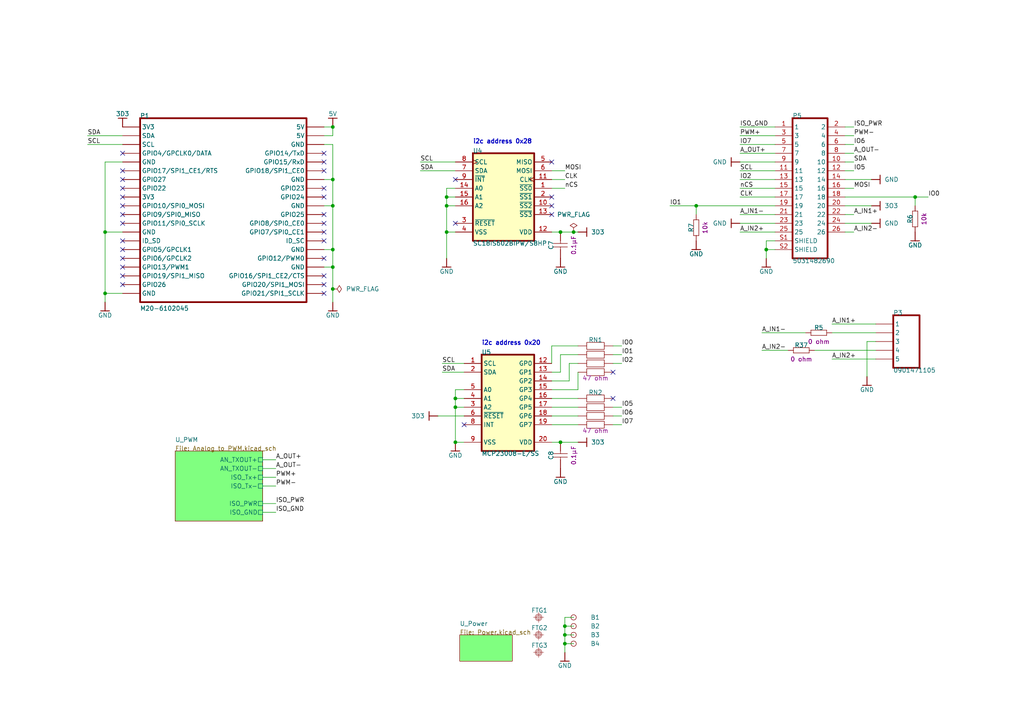
<source format=kicad_sch>
(kicad_sch (version 20250114) (generator "eeschema") (generator_version "9.0")
  (paper "A4")
  (title_block (title "${PRJ_Title}  TOP") (date "2025-09-08") (rev "${SCH_Rev}") (company "${ORGANIZATION}") (comment 1 "https://github.com/ipmgroup"))
  (lib_symbols
    (symbol "Library:3D3_BAR" (power)
      (property "Value" "3D3" (at 0 -3.81 0))
      (symbol "3D3_BAR_0_0"
        (pin power_in line (at 0 0 0) (length 0) (hide yes) (name "3D3") (number ""))
      )
    )
    (symbol "Library:3O3_BAR" (power)
      (property "Value" "3O3" (at 0 -3.81 0))
      (symbol "3O3_BAR_0_0"
        (pin power_in line (at 0 0 0) (length 0) (hide yes) (name "3O3") (number ""))
      )
    )
    (symbol "Library:5V_BAR" (power)
      (property "Value" "5V" (at 0 -3.81 0))
      (symbol "5V_BAR_0_0"
        (pin power_in line (at 0 0 0) (length 0) (hide yes) (name "5V") (number ""))
      )
    )
    (symbol "Library:GND_BAR" (power)
      (property "Value" "GND" (at 0 -3.81 0))
      (symbol "GND_BAR_0_0"
        (pin power_in line (at 0 0 0) (length 0) (hide yes) (name "GND") (number ""))
      )
    )
    (symbol "Library:root_0_Connector 26 5031482690"
      (symbol "root_0_Connector 26 5031482690_1_0"
        (pin passive line (at 0 -2.54 0) (length 5.08) (name "1") (number "1"))
        (pin passive line (at 0 -5.08 0) (length 5.08) (name "3") (number "3"))
        (pin passive line (at 0 -7.62 0) (length 5.08) (name "5") (number "5"))
        (pin passive line (at 0 -10.16 0) (length 5.08) (name "7") (number "7"))
        (pin passive line (at 0 -12.7 0) (length 5.08) (name "9") (number "9"))
        (pin passive line (at 0 -15.24 0) (length 5.08) (name "11") (number "11"))
        (pin passive line (at 0 -17.78 0) (length 5.08) (name "13") (number "13"))
        (pin passive line (at 0 -20.32 0) (length 5.08) (name "15") (number "15"))
        (pin passive line (at 0 -22.86 0) (length 5.08) (name "17") (number "17"))
        (pin passive line (at 0 -25.4 0) (length 5.08) (name "19") (number "19"))
        (pin passive line (at 0 -27.94 0) (length 5.08) (name "21") (number "21"))
        (pin passive line (at 0 -30.48 0) (length 5.08) (name "23") (number "23"))
        (pin passive line (at 0 -33.02 0) (length 5.08) (name "25") (number "25"))
        (pin passive line (at 0 -35.56 0) (length 5.08) (name "SHIELD") (number "S1"))
        (pin passive line (at 0 -38.1 0) (length 5.08) (name "SHIELD") (number "S2"))
        (pin passive line (at 20.32 -2.54 180) (length 5.08) (name "2") (number "2"))
        (pin passive line (at 20.32 -5.08 180) (length 5.08) (name "4") (number "4"))
        (pin passive line (at 20.32 -7.62 180) (length 5.08) (name "6") (number "6"))
        (pin passive line (at 20.32 -10.16 180) (length 5.08) (name "8") (number "8"))
        (pin passive line (at 20.32 -12.7 180) (length 5.08) (name "10") (number "10"))
        (pin passive line (at 20.32 -15.24 180) (length 5.08) (name "12") (number "12"))
        (pin passive line (at 20.32 -17.78 180) (length 5.08) (name "14") (number "14"))
        (pin passive line (at 20.32 -20.32 180) (length 5.08) (name "16") (number "16"))
        (pin passive line (at 20.32 -22.86 180) (length 5.08) (name "18") (number "18"))
        (pin passive line (at 20.32 -25.4 180) (length 5.08) (name "20") (number "20"))
        (pin passive line (at 20.32 -27.94 180) (length 5.08) (name "22") (number "22"))
        (pin passive line (at 20.32 -30.48 180) (length 5.08) (name "24") (number "24"))
        (pin passive line (at 20.32 -33.02 180) (length 5.08) (name "26") (number "26"))
      )
    )
    (symbol "Library:root_0_Fiducial Target_Eletro-mechanical.DbLib" (pin_numbers (hide yes)) (pin_names (hide yes)))
    (symbol "Library:root_0_Header 5 0901471105" (pin_numbers (hide yes))
      (symbol "root_0_Header 5 0901471105_1_0"
        (pin passive line (at 0 -2.54 0) (length 5.08) (name "1") (number "1"))
        (pin passive line (at 0 -5.08 0) (length 5.08) (name "2") (number "2"))
        (pin passive line (at 0 -7.62 0) (length 5.08) (name "3") (number "3"))
        (pin passive line (at 0 -10.16 0) (length 5.08) (name "4") (number "4"))
        (pin passive line (at 0 -12.7 0) (length 5.08) (name "5") (number "5"))
      )
    )
    (symbol "Library:root_0_Header RPi_PC104" (pin_numbers (hide yes))
      (symbol "root_0_Header RPi_PC104_1_0"
        (pin passive line (at 0 -2.54 0) (length 5.08) (name "3V3") (number "1"))
        (pin passive line (at 0 -5.08 0) (length 5.08) (name "SDA") (number "3"))
        (pin passive line (at 0 -7.62 0) (length 5.08) (name "SCL") (number "5"))
        (pin passive line (at 0 -10.16 0) (length 5.08) (name "GPIO4/GPCLK0/DATA") (number "7"))
        (pin passive line (at 0 -12.7 0) (length 5.08) (name "GND") (number "9"))
        (pin passive line (at 0 -15.24 0) (length 5.08) (name "GPIO17/SPI1_CE1/RTS") (number "11"))
        (pin passive line (at 0 -17.78 0) (length 5.08) (name "GPIO27") (number "13"))
        (pin passive line (at 0 -20.32 0) (length 5.08) (name "GPIO22") (number "15"))
        (pin passive line (at 0 -22.86 0) (length 5.08) (name "3V3") (number "17"))
        (pin passive line (at 0 -25.4 0) (length 5.08) (name "GPIO10/SPI0_MOSI") (number "19"))
        (pin passive line (at 0 -27.94 0) (length 5.08) (name "GPIO9/SPI0_MISO") (number "21"))
        (pin passive line (at 0 -30.48 0) (length 5.08) (name "GPIO11/SPI0_SCLK") (number "23"))
        (pin passive line (at 0 -33.02 0) (length 5.08) (name "GND") (number "25"))
        (pin passive line (at 0 -35.56 0) (length 5.08) (name "ID_SD") (number "27"))
        (pin passive line (at 0 -38.1 0) (length 5.08) (name "GPIO5/GPCLK1") (number "29"))
        (pin passive line (at 0 -40.64 0) (length 5.08) (name "GPIO6/GPCLK2") (number "31"))
        (pin passive line (at 0 -43.18 0) (length 5.08) (name "GPIO13/PWM1") (number "33"))
        (pin passive line (at 0 -45.72 0) (length 5.08) (name "GPIO19/SPI1_MISO") (number "35"))
        (pin passive line (at 0 -48.26 0) (length 5.08) (name "GPIO26") (number "37"))
        (pin passive line (at 0 -50.8 0) (length 5.08) (name "GND") (number "39"))
        (pin passive line (at 58.42 -2.54 180) (length 5.08) (name "5V") (number "2"))
        (pin passive line (at 58.42 -5.08 180) (length 5.08) (name "5V") (number "4"))
        (pin passive line (at 58.42 -7.62 180) (length 5.08) (name "GND") (number "6"))
        (pin passive line (at 58.42 -10.16 180) (length 5.08) (name "GPIO14/TxD") (number "8"))
        (pin passive line (at 58.42 -12.7 180) (length 5.08) (name "GPIO15/RxD") (number "10"))
        (pin passive line (at 58.42 -15.24 180) (length 5.08) (name "GPIO18/SPI1_CE0") (number "12"))
        (pin passive line (at 58.42 -17.78 180) (length 5.08) (name "GND") (number "14"))
        (pin passive line (at 58.42 -20.32 180) (length 5.08) (name "GPIO23") (number "16"))
        (pin passive line (at 58.42 -22.86 180) (length 5.08) (name "GPIO24") (number "18"))
        (pin passive line (at 58.42 -25.4 180) (length 5.08) (name "GND") (number "20"))
        (pin passive line (at 58.42 -27.94 180) (length 5.08) (name "GPIO25") (number "22"))
        (pin passive line (at 58.42 -30.48 180) (length 5.08) (name "GPIO8/SPI0_CE0") (number "24"))
        (pin passive line (at 58.42 -33.02 180) (length 5.08) (name "GPIO7/SPI0_CE1") (number "26"))
        (pin passive line (at 58.42 -35.56 180) (length 5.08) (name "ID_SC") (number "28"))
        (pin passive line (at 58.42 -38.1 180) (length 5.08) (name "GND") (number "30"))
        (pin passive line (at 58.42 -40.64 180) (length 5.08) (name "GPIO12/PWM0") (number "32"))
        (pin passive line (at 58.42 -43.18 180) (length 5.08) (name "GND") (number "34"))
        (pin passive line (at 58.42 -45.72 180) (length 5.08) (name "GPIO16/SPI1_CE2/CTS") (number "36"))
        (pin passive line (at 58.42 -48.26 180) (length 5.08) (name "GPIO20/SPI1_MOSI") (number "38"))
        (pin passive line (at 58.42 -50.8 180) (length 5.08) (name "GPIO21/SPI1_SCLK") (number "40"))
      )
    )
    (symbol "Library:root_0_MCP23008-E/SS"
      (symbol "root_0_MCP23008-E/SS_1_0"
        (pin input line (at 0 -2.54 0) (length 5.08) (name "SCL") (number "1"))
        (pin input line (at 0 -5.08 0) (length 5.08) (name "SDA") (number "2"))
        (pin input line (at 0 -10.16 0) (length 5.08) (name "A0") (number "5"))
        (pin input line (at 0 -12.7 0) (length 5.08) (name "A1") (number "4"))
        (pin input line (at 0 -15.24 0) (length 5.08) (name "A2") (number "3"))
        (pin input line (at 0 -17.78 0) (length 5.08) (name "~{RESET}") (number "6"))
        (pin output line (at 0 -20.32 0) (length 5.08) (name "INT") (number "8"))
        (pin power_in line (at 0 -25.4 0) (length 5.08) (name "VSS") (number "9"))
        (pin bidirectional line (at 25.4 -2.54 180) (length 5.08) (name "GP0") (number "12"))
        (pin bidirectional line (at 25.4 -5.08 180) (length 5.08) (name "GP1") (number "13"))
        (pin bidirectional line (at 25.4 -7.62 180) (length 5.08) (name "GP2") (number "14"))
        (pin bidirectional line (at 25.4 -10.16 180) (length 5.08) (name "GP3") (number "15"))
        (pin bidirectional line (at 25.4 -12.7 180) (length 5.08) (name "GP4") (number "16"))
        (pin bidirectional line (at 25.4 -15.24 180) (length 5.08) (name "GP5") (number "17"))
        (pin bidirectional line (at 25.4 -17.78 180) (length 5.08) (name "GP6") (number "18"))
        (pin bidirectional line (at 25.4 -20.32 180) (length 5.08) (name "GP7") (number "19"))
        (pin power_in line (at 25.4 -25.4 180) (length 5.08) (name "VDD") (number "20"))
      )
    )
    (symbol "Library:root_0_Resistor" (pin_numbers (hide yes)) (pin_names (hide yes))
      (symbol "root_0_Resistor_1_0"
        (pin passive line (at 0 0 0) (length 1.524) (name "1") (number "1"))
        (pin passive line (at 7.62 0 180) (length 1.524) (name "2") (number "2"))
      )
    )
    (symbol "Library:root_0_SC18IS602BIPW/S8HP"
      (symbol "root_0_SC18IS602BIPW/S8HP_1_0"
        (pin input clock (at 0 -2.54 0) (length 5.08) (name "SCL") (number "8"))
        (pin bidirectional line (at 0 -5.08 0) (length 5.08) (name "SDA") (number "7"))
        (pin output line (at 0 -7.62 0) (length 5.08) (name "~{INT}") (number "9"))
        (pin input line (at 0 -10.16 0) (length 5.08) (name "A0") (number "14"))
        (pin input line (at 0 -12.7 0) (length 5.08) (name "A1") (number "15"))
        (pin input line (at 0 -15.24 0) (length 5.08) (name "A2") (number "16"))
        (pin input line (at 0 -20.32 0) (length 5.08) (name "~{RESET}") (number "3"))
        (pin power_in line (at 0 -22.86 0) (length 5.08) (name "VSS") (number "4"))
        (pin input line (at 27.94 -2.54 180) (length 5.08) (name "MISO") (number "5"))
        (pin output line (at 27.94 -5.08 180) (length 5.08) (name "MOSI") (number "6"))
        (pin output clock (at 27.94 -7.62 180) (length 5.08) (name "CLK") (number "11"))
        (pin bidirectional line (at 27.94 -10.16 180) (length 5.08) (name "~{SS0}") (number "1"))
        (pin bidirectional line (at 27.94 -12.7 180) (length 5.08) (name "~{SS1}") (number "2"))
        (pin bidirectional line (at 27.94 -15.24 180) (length 5.08) (name "~{SS2}") (number "10"))
        (pin bidirectional line (at 27.94 -17.78 180) (length 5.08) (name "~{SS3}") (number "13"))
        (pin power_in line (at 27.94 -22.86 180) (length 5.08) (name "VDD") (number "12"))
      )
    )
    (symbol "Library:root_0_Single Terminal Socket_Eletro-mechanical.DbLib" (pin_numbers (hide yes)) (pin_names (hide yes))
      (symbol "root_0_Single Terminal Socket_Eletro-mechanical.DbLib_1_0"
        (pin bidirectional line (at 0 0 180) (length 0) (name "1") (number "1"))
      )
    )
    (symbol "Library:root_0_mirrored_RN4_47R 1206" (pin_numbers (hide yes)) (pin_names (hide yes))
      (symbol "root_0_mirrored_RN4_47R 1206_1_0"
        (pin passive line (at -10.16 -2.54 0) (length 2.54) (name "8") (number "8"))
        (pin passive line (at -10.16 -5.08 0) (length 2.54) (name "7") (number "7"))
        (pin passive line (at -10.16 -7.62 0) (length 2.54) (name "6") (number "6"))
        (pin passive line (at -10.16 -10.16 0) (length 2.54) (name "5") (number "5"))
        (pin passive line (at 0 -2.54 180) (length 2.54) (name "1") (number "1"))
        (pin passive line (at 0 -5.08 180) (length 2.54) (name "2") (number "2"))
        (pin passive line (at 0 -7.62 180) (length 2.54) (name "3") (number "3"))
        (pin passive line (at 0 -10.16 180) (length 2.54) (name "4") (number "4"))
      )
    )
    (symbol "Library:root_1_Capacitor" (pin_numbers (hide yes)) (pin_names (hide yes))
      (symbol "root_1_Capacitor_1_0"
        (pin passive line (at 0 7.62 270) (length 2.54) (name "2") (number "2"))
        (pin passive line (at 0 0 90) (length 2.54) (name "1") (number "1"))
      )
    )
    (symbol "Library:root_1_Resistor" (pin_numbers (hide yes)) (pin_names (hide yes))
      (symbol "root_1_Resistor_1_0"
        (pin passive line (at 0 7.62 270) (length 1.524) (name "2") (number "2"))
        (pin passive line (at 0 0 90) (length 1.524) (name "1") (number "1"))
      )
    )
    (symbol "power:PWR_FLAG" (power) (pin_numbers (hide yes)) (pin_names (offset 0) (hide yes))
      (property "Value" "PWR_FLAG" (at 0 3.81 0))
      (symbol "PWR_FLAG_0_0"
        (pin power_out line (at 0 0 90) (length 0) (name "~") (number "1"))
      )
    )
  )
  (text "i2c address 0x20" (at 139.7 100.33 0) (effects (font (size 1.27 1.27) (thickness 0.254) (bold yes)) (justify left bottom)))
  (text "i2c address 0x28" (at 137.16 41.91 0) (effects (font (size 1.27 1.27) (thickness 0.254) (bold yes)) (justify left bottom)))
  (junction (at 129.54 59.69))
  (junction (at 132.08 118.11))
  (junction (at 132.08 115.57))
  (junction (at 162.56 128.27))
  (junction (at 96.52 83.82))
  (junction (at 96.52 59.69))
  (junction (at 163.83 181.61))
  (junction (at 96.52 77.47))
  (junction (at 96.52 52.07))
  (junction (at 201.93 59.69))
  (junction (at 222.25 72.39))
  (junction (at 163.83 186.69))
  (junction (at 129.54 57.15))
  (junction (at 30.48 67.31))
  (junction (at 96.52 36.83))
  (junction (at 163.83 184.15))
  (junction (at 30.48 85.09))
  (junction (at 166.37 67.31))
  (junction (at 132.08 128.27))
  (junction (at 162.56 67.31))
  (junction (at 96.52 72.39))
  (junction (at 129.54 67.31))
  (junction (at 265.43 57.15))
  (no_connect (at 35.56 77.47))
  (no_connect (at 132.08 64.77))
  (no_connect (at 177.8 115.57))
  (no_connect (at 93.98 69.85))
  (no_connect (at 132.08 52.07))
  (no_connect (at 35.56 82.55))
  (no_connect (at 93.98 54.61))
  (no_connect (at 134.62 123.19))
  (no_connect (at 93.98 82.55))
  (no_connect (at 35.56 64.77))
  (no_connect (at 93.98 74.93))
  (no_connect (at 93.98 80.01))
  (no_connect (at 35.56 69.85))
  (no_connect (at 35.56 49.53))
  (no_connect (at 35.56 80.01))
  (no_connect (at 93.98 85.09))
  (no_connect (at 35.56 62.23))
  (no_connect (at 160.02 59.69))
  (no_connect (at 93.98 46.99))
  (no_connect (at 177.8 107.95))
  (no_connect (at 35.56 74.93))
  (no_connect (at 35.56 54.61))
  (no_connect (at 93.98 67.31))
  (no_connect (at 93.98 62.23))
  (no_connect (at 160.02 62.23))
  (no_connect (at 35.56 52.07))
  (no_connect (at 93.98 44.45))
  (no_connect (at 93.98 57.15))
  (no_connect (at 160.02 57.15))
  (no_connect (at 93.98 49.53))
  (no_connect (at 35.56 44.45))
  (no_connect (at 35.56 72.39))
  (no_connect (at 35.56 59.69))
  (no_connect (at 93.98 64.77))
  (no_connect (at 35.56 57.15))
  (no_connect (at 160.02 46.99))
  (wire (pts (xy 76.2 146.05) (xy 80.01 146.05)))
  (wire (pts (xy 96.52 52.07) (xy 96.52 59.69)))
  (wire (pts (xy 245.11 62.23) (xy 247.65 62.23)))
  (wire (pts (xy 245.11 52.07) (xy 252.73 52.07)))
  (wire (pts (xy 177.8 123.19) (xy 180.34 123.19)))
  (wire (pts (xy 35.56 85.09) (xy 30.48 85.09)))
  (wire (pts (xy 224.79 39.37) (xy 214.63 39.37)))
  (wire (pts (xy 224.79 59.69) (xy 201.93 59.69)))
  (wire (pts (xy 132.08 128.27) (xy 134.62 128.27)))
  (wire (pts (xy 93.98 77.47) (xy 96.52 77.47)))
  (wire (pts (xy 76.2 133.35) (xy 80.01 133.35)))
  (wire (pts (xy 245.11 46.99) (xy 247.65 46.99)))
  (wire (pts (xy 76.2 148.59) (xy 80.01 148.59)))
  (wire (pts (xy 96.52 36.83) (xy 96.52 39.37)))
  (wire (pts (xy 214.63 46.99) (xy 224.79 46.99)))
  (wire (pts (xy 128.27 107.95) (xy 134.62 107.95)))
  (wire (pts (xy 160.02 54.61) (xy 163.83 54.61)))
  (wire (pts (xy 224.79 36.83) (xy 214.63 36.83)))
  (wire (pts (xy 76.2 138.43) (xy 80.01 138.43)))
  (wire (pts (xy 160.02 110.49) (xy 165.1 110.49)))
  (wire (pts (xy 224.79 52.07) (xy 214.63 52.07)))
  (wire (pts (xy 163.83 184.15) (xy 163.83 181.61)))
  (wire (pts (xy 129.54 74.93) (xy 129.54 67.31)))
  (wire (pts (xy 96.52 83.82) (xy 96.52 87.63)))
  (wire (pts (xy 129.54 59.69) (xy 129.54 67.31)))
  (wire (pts (xy 76.2 140.97) (xy 80.01 140.97)))
  (wire (pts (xy 129.54 67.31) (xy 132.08 67.31)))
  (wire (pts (xy 254 93.98) (xy 241.3 93.98)))
  (wire (pts (xy 93.98 72.39) (xy 96.52 72.39)))
  (wire (pts (xy 245.11 36.83) (xy 247.65 36.83)))
  (wire (pts (xy 93.98 36.83) (xy 96.52 36.83)))
  (wire (pts (xy 160.02 100.33) (xy 160.02 105.41)))
  (wire (pts (xy 254 96.52) (xy 241.3 96.52)))
  (wire (pts (xy 30.48 67.31) (xy 30.48 85.09)))
  (wire (pts (xy 166.37 67.31) (xy 162.56 67.31)))
  (wire (pts (xy 96.52 59.69) (xy 96.52 72.39)))
  (wire (pts (xy 222.25 72.39) (xy 222.25 74.93)))
  (wire (pts (xy 177.8 100.33) (xy 180.34 100.33)))
  (wire (pts (xy 177.8 118.11) (xy 180.34 118.11)))
  (wire (pts (xy 25.4 41.91) (xy 35.56 41.91)))
  (wire (pts (xy 30.48 85.09) (xy 30.48 87.63)))
  (wire (pts (xy 129.54 57.15) (xy 129.54 59.69)))
  (wire (pts (xy 121.92 49.53) (xy 132.08 49.53)))
  (wire (pts (xy 245.11 49.53) (xy 247.65 49.53)))
  (wire (pts (xy 30.48 46.99) (xy 30.48 67.31)))
  (wire (pts (xy 93.98 59.69) (xy 96.52 59.69)))
  (wire (pts (xy 163.83 179.07) (xy 166.37 179.07)))
  (wire (pts (xy 160.02 49.53) (xy 163.83 49.53)))
  (wire (pts (xy 224.79 69.85) (xy 222.25 69.85)))
  (wire (pts (xy 245.11 57.15) (xy 265.43 57.15)))
  (wire (pts (xy 254 104.14) (xy 241.3 104.14)))
  (wire (pts (xy 163.83 181.61) (xy 163.83 179.07)))
  (wire (pts (xy 160.02 123.19) (xy 167.64 123.19)))
  (wire (pts (xy 96.52 72.39) (xy 96.52 77.47)))
  (wire (pts (xy 121.92 46.99) (xy 132.08 46.99)))
  (wire (pts (xy 132.08 118.11) (xy 132.08 128.27)))
  (wire (pts (xy 224.79 57.15) (xy 214.63 57.15)))
  (wire (pts (xy 162.56 67.31) (xy 160.02 67.31)))
  (wire (pts (xy 222.25 69.85) (xy 222.25 72.39)))
  (wire (pts (xy 163.83 189.23) (xy 163.83 186.69)))
  (wire (pts (xy 35.56 67.31) (xy 30.48 67.31)))
  (wire (pts (xy 245.11 44.45) (xy 247.65 44.45)))
  (wire (pts (xy 162.56 107.95) (xy 162.56 102.87)))
  (wire (pts (xy 224.79 41.91) (xy 214.63 41.91)))
  (wire (pts (xy 177.8 120.65) (xy 180.34 120.65)))
  (wire (pts (xy 228.6 101.6) (xy 220.98 101.6)))
  (wire (pts (xy 224.79 49.53) (xy 214.63 49.53)))
  (wire (pts (xy 132.08 115.57) (xy 132.08 118.11)))
  (wire (pts (xy 160.02 120.65) (xy 167.64 120.65)))
  (wire (pts (xy 201.93 59.69) (xy 194.31 59.69)))
  (wire (pts (xy 163.83 186.69) (xy 163.83 184.15)))
  (wire (pts (xy 224.79 44.45) (xy 214.63 44.45)))
  (wire (pts (xy 76.2 135.89) (xy 80.01 135.89)))
  (wire (pts (xy 132.08 54.61) (xy 129.54 54.61)))
  (wire (pts (xy 265.43 57.15) (xy 269.24 57.15)))
  (wire (pts (xy 134.62 120.65) (xy 127 120.65)))
  (wire (pts (xy 93.98 52.07) (xy 96.52 52.07)))
  (wire (pts (xy 160.02 115.57) (xy 167.64 115.57)))
  (wire (pts (xy 166.37 184.15) (xy 163.83 184.15)))
  (wire (pts (xy 134.62 113.03) (xy 132.08 113.03)))
  (wire (pts (xy 224.79 54.61) (xy 214.63 54.61)))
  (wire (pts (xy 245.11 41.91) (xy 247.65 41.91)))
  (wire (pts (xy 129.54 54.61) (xy 129.54 57.15)))
  (wire (pts (xy 162.56 102.87) (xy 167.64 102.87)))
  (wire (pts (xy 132.08 113.03) (xy 132.08 115.57)))
  (wire (pts (xy 177.8 105.41) (xy 180.34 105.41)))
  (wire (pts (xy 233.68 96.52) (xy 220.98 96.52)))
  (wire (pts (xy 265.43 57.15) (xy 265.43 59.69)))
  (wire (pts (xy 254 101.6) (xy 236.22 101.6)))
  (wire (pts (xy 166.37 186.69) (xy 163.83 186.69)))
  (wire (pts (xy 162.56 128.27) (xy 160.02 128.27)))
  (wire (pts (xy 177.8 102.87) (xy 180.34 102.87)))
  (wire (pts (xy 167.64 100.33) (xy 160.02 100.33)))
  (wire (pts (xy 245.11 39.37) (xy 247.65 39.37)))
  (wire (pts (xy 160.02 107.95) (xy 162.56 107.95)))
  (wire (pts (xy 96.52 41.91) (xy 96.52 52.07)))
  (wire (pts (xy 245.11 54.61) (xy 247.65 54.61)))
  (wire (pts (xy 254 99.06) (xy 251.46 99.06)))
  (wire (pts (xy 201.93 59.69) (xy 201.93 62.23)))
  (wire (pts (xy 245.11 67.31) (xy 247.65 67.31)))
  (wire (pts (xy 224.79 72.39) (xy 222.25 72.39)))
  (wire (pts (xy 224.79 67.31) (xy 214.63 67.31)))
  (wire (pts (xy 35.56 46.99) (xy 30.48 46.99)))
  (wire (pts (xy 160.02 113.03) (xy 167.64 113.03)))
  (wire (pts (xy 25.4 39.37) (xy 35.56 39.37)))
  (wire (pts (xy 134.62 118.11) (xy 132.08 118.11)))
  (wire (pts (xy 167.64 128.27) (xy 162.56 128.27)))
  (wire (pts (xy 96.52 77.47) (xy 96.52 83.82)))
  (wire (pts (xy 167.64 67.31) (xy 166.37 67.31)))
  (wire (pts (xy 132.08 57.15) (xy 129.54 57.15)))
  (wire (pts (xy 160.02 118.11) (xy 167.64 118.11)))
  (wire (pts (xy 167.64 113.03) (xy 167.64 107.95)))
  (wire (pts (xy 93.98 41.91) (xy 96.52 41.91)))
  (wire (pts (xy 96.52 39.37) (xy 93.98 39.37)))
  (wire (pts (xy 251.46 99.06) (xy 251.46 109.22)))
  (wire (pts (xy 128.27 105.41) (xy 134.62 105.41)))
  (wire (pts (xy 252.73 59.69) (xy 245.11 59.69)))
  (wire (pts (xy 245.11 64.77) (xy 252.73 64.77)))
  (wire (pts (xy 132.08 59.69) (xy 129.54 59.69)))
  (wire (pts (xy 165.1 110.49) (xy 165.1 105.41)))
  (wire (pts (xy 224.79 62.23) (xy 214.63 62.23)))
  (wire (pts (xy 165.1 105.41) (xy 167.64 105.41)))
  (wire (pts (xy 134.62 115.57) (xy 132.08 115.57)))
  (wire (pts (xy 160.02 52.07) (xy 163.83 52.07)))
  (wire (pts (xy 214.63 64.77) (xy 224.79 64.77)))
  (wire (pts (xy 166.37 181.61) (xy 163.83 181.61)))
  (label "IO1" (at 194.31 59.69 0))
  (label "IO6" (at 180.34 120.65 0))
  (label "ISO_GND" (at 80.01 148.59 0))
  (label "IO7" (at 214.63 41.91 0))
  (label "IO5" (at 247.65 49.53 0))
  (label "A_OUT-" (at 80.01 135.89 0))
  (label "SDA" (at 247.65 46.99 0))
  (label "A_OUT+" (at 80.01 133.35 0))
  (label "IO5" (at 180.34 118.11 0))
  (label "PWM-" (at 80.01 140.97 0))
  (label "SCL" (at 214.63 49.53 0))
  (label "CLK" (at 163.83 52.07 0))
  (label "nCS" (at 163.83 54.61 0))
  (label "IO2" (at 180.34 105.41 0))
  (label "SCL" (at 128.27 105.41 0))
  (label "SDA" (at 25.4 39.37 0))
  (label "ISO_GND" (at 214.63 36.83 0))
  (label "nCS" (at 214.63 54.61 0))
  (label "A_IN1-" (at 220.98 96.52 0))
  (label "A_IN1+" (at 247.65 62.23 0))
  (label "MOSI" (at 247.65 54.61 0))
  (label "A_IN2+" (at 241.3 104.14 0))
  (label "PWM+" (at 80.01 138.43 0))
  (label "A_IN2+" (at 214.63 67.31 0))
  (label "SCL" (at 121.92 46.99 0))
  (label "A_OUT+" (at 214.63 44.45 0))
  (label "A_IN1-" (at 214.63 62.23 0))
  (label "A_OUT-" (at 247.65 44.45 0))
  (label "PWM+" (at 214.63 39.37 0))
  (label "IO6" (at 247.65 41.91 0))
  (label "ISO_PWR" (at 247.65 36.83 0))
  (label "SDA" (at 128.27 107.95 0))
  (label "MOSI" (at 163.83 49.53 0))
  (label "A_IN2-" (at 220.98 101.6 0))
  (label "CLK" (at 214.63 57.15 0))
  (label "IO7" (at 180.34 123.19 0))
  (label "ISO_PWR" (at 80.01 146.05 0))
  (label "A_IN2-" (at 247.65 67.31 0))
  (label "A_IN1+" (at 241.3 93.98 0))
  (label "SCL" (at 25.4 41.91 0))
  (label "PWM-" (at 247.65 39.37 0))
  (label "IO0" (at 180.34 100.33 0))
  (label "IO1" (at 180.34 102.87 0))
  (label "IO2" (at 214.63 52.07 0))
  (label "IO0" (at 269.24 57.15 0))
  (label "SDA" (at 121.92 49.53 0))
  (symbol (lib_id "Library:3D3_BAR") (at 167.64 67.31 90) (unit 1)
    (property "Reference" "#PWR0115" (effects (hide yes)))
    (property "Value" "3D3" (at 171.45 67.31 90) (effects (justify right)))
  )
  (symbol (lib_id "Library:3D3_BAR") (at 127 120.65 270) (unit 1)
    (property "Reference" "#PWR0110" (effects (hide yes)))
    (property "Value" "3D3" (at 123.19 120.65 90) (effects (justify right)))
  )
  (symbol (lib_id "Library:root_1_Resistor") (at 265.43 67.31 0) (unit 1)
    (property "Reference" "R6" (at 264.668 63.5 90) (effects (justify bottom)))
    (property "Value" "${VALUEDISPLAYED}" (effects (hide yes)))
    (property "Footprint" "RESC1608X55N" (effects (hide yes)))
    (property "Description" "RES, 10 kohm,  75 V, 0603, 100 mW" (effects (hide yes)))
    (property "VALUEDISPLAYED" "10k" (at 268.732 63.5 90) (effects (justify bottom)))
    (property "PART NUMBER" "R0603_10k" (effects (hide yes)))
    (property "CASE" "0603" (effects (hide yes)))
    (property "DESIGNATOR" "R0603_10k" (effects (hide yes)))
    (property "MANUFACTURER" "VISHAY" (effects (hide yes)))
    (property "MANUFACTURER PART NUMBER" "CRCW060310K0FKEA" (effects (hide yes)))
    (property "MANUFACTURER1" "TE Connectivity" (effects (hide yes)))
    (property "MANUFACTURER1 PART NUMBER" "CRG0603F10K" (effects (hide yes)))
    (property "COMPONENT HEIGHT" "0.35mm" (effects (hide yes)))
    (property "PART DESCRIPTION" "RES, 10 kohm, 75 V, 0603, 100 mW" (effects (hide yes)))
    (property "PIN COUNT" "2" (effects (hide yes)))
    (property "POWER" "0.1W" (effects (hide yes)))
    (property "SMD" "Yes" (effects (hide yes)))
    (property "VALUE" "10000" (effects (hide yes)))
    (property "TC" "±100ppm/°C" (effects (hide yes)))
    (property "SUPPLIER 1" "Farnell" (effects (hide yes)))
    (property "SUPPLIER 2" "RSComponents" (effects (hide yes)))
    (property "SUPPLIER 3" "Digi-Key" (effects (hide yes)))
    (property "SUPPLIER PART NUMBER 1" "1469748" (effects (hide yes)))
    (property "SUPPLIER PART NUMBER 2" "125-1173" (effects (hide yes)))
    (property "SUPPLIER PART NUMBER 3" "A102203CT-ND" (effects (hide yes)))
    (property "TOLERANCE" "±1%" (effects (hide yes)))
  )
  (symbol (lib_id "Library:3D3_BAR") (at 35.56 36.83 180) (unit 1)
    (property "Reference" "#PWR0103" (effects (hide yes)))
    (property "Value" "3D3" (at 35.56 33.02 0))
  )
  (symbol (lib_id "Library:root_0_SC18IS602BIPW/S8HP") (at 132.08 44.45 0) (unit 1)
    (property "Reference" "U4" (at 137.16 44.45 0) (effects (justify left bottom)))
    (property "Value" "SC18IS602BIPW/S8HP" (at 137.16 69.85 0) (effects (justify left top)))
    (property "Footprint" "PW16-L" (effects (hide yes)))
    (property "Description" "Bus to SPI Bridge 16-Pin TSSOP" (effects (hide yes)))
    (property "SUPPLIER 1" "Avnet" (effects (hide yes)))
    (property "MANUFACTURER" "NXP Semiconductors" (effects (hide yes)))
    (property "MANUFACTURER PART NUMBER" "SC18IS602BIPW,128" (effects (hide yes)))
    (property "SUPPLIER PART NUMBER 1" "31AC6925" (effects (hide yes)))
  )
  (symbol (lib_id "Library:root_0_Fiducial Target_Eletro-mechanical.DbLib") (at 156.21 184.15 0) (unit 1)
    (property "Reference" "FTG2" (at 156.464 182.118 0))
    (property "Value" "Use only in PCB" (effects (hide yes)))
    (property "Footprint" "FIDUCIAL_TOP_C100-200" (effects (hide yes)))
    (property "Description" "Fiducial Target" (effects (hide yes)))
    (property "PART NUMBER" "FIDUCIAL_TARGET_C100-200" (effects (hide yes)))
    (property "COMPONENT KIND" "Standard (No BOM)" (effects (hide yes)))
    (property "COMPONENT TYPE" "Standard (No BOM)" (effects (hide yes)))
    (property "FOOTPRINT" "FIDUCIAL_TOP_C100-200" (effects (hide yes)))
    (property "PIN COUNT" "1" (effects (hide yes)))
    (property "FAMILY" "Fiducial" (effects (hide yes)))
    (property "MOUNTED" "No" (effects (hide yes)))
    (property "SMD" "Yes" (effects (hide yes)))
    (property "PART DESCRIPTION" "Round Fiducial Target, Top Layer, 1.0mm, Top Solder 2.0mm, Keepout =2.0mm" (effects (hide yes)))
    (property "COMPONENTHEIGHT" "0mm" (effects (hide yes)))
    (property "AUTHOR" "CERN DEM JLC" (effects (hide yes)))
    (property "PACKAGEDESCRIPTION" "Round Fiducial Target, Top Layer, 1.0mm, Top Solder 2.0mm, Keepout =2.0mm" (effects (hide yes)))
    (property "SUPPLIER 1" "Farnell" (effects (hide yes)))
    (property "SUPPLIER 2" "RSComponents" (effects (hide yes)))
    (property "SUPPLIER 3" "Digi-Key" (effects (hide yes)))
  )
  (symbol (lib_id "Library:GND_BAR") (at 30.48 87.63 0) (unit 1)
    (property "Reference" "#PWR0104" (effects (hide yes)))
    (property "Value" "GND" (at 30.48 91.44 0))
  )
  (symbol (lib_id "Library:GND_BAR") (at 201.93 69.85 0) (unit 1)
    (property "Reference" "#PWR0119" (effects (hide yes)))
    (property "Value" "GND" (at 201.93 73.66 0))
  )
  (symbol (lib_id "Library:root_0_Header 5 0901471105") (at 254 91.44 0) (unit 1)
    (property "Reference" "P3" (at 259.08 91.44 0) (effects (justify left bottom)))
    (property "Value" "${MANUFACTURER PART NUMBER}" (at 259.08 106.68 0) (effects (justify left top)))
    (property "Footprint" "HDR1X5 75915-405LF" (effects (hide yes)))
    (property "Description" "CONN RCPT 5POS 0.1 TIN PCB" (effects (hide yes)))
    (property "MANUFACTURER1 COMPONENTHEIGHT" "8.5mm" (effects (hide yes)))
    (property "MANUFACTURER1 EXAMPLE" "Amphenol ICC (FCI)" (effects (hide yes)))
    (property "MANUFACTURER1 PART NUMBER" "75915-405LF" (effects (hide yes)))
    (property "MANUFACTURER" "Molex" (effects (hide yes)))
    (property "MANUFACTURER PART NUMBER" "0901471105" (effects (hide yes)))
    (property "PART DESCRIPTION" "CONN RCPT 5POS 0.1 TIN PCB" (effects (hide yes)))
    (property "PIN COUNT" "5" (effects (hide yes)))
    (property "SMD" "No" (effects (hide yes)))
    (property "PITCH" "2.54mm" (effects (hide yes)))
    (property "PART NUMBER" "75915-405LF" (effects (hide yes)))
    (property "SUPPLIER 1" "Farnell" (effects (hide yes)))
    (property "SUPPLIER 2" "RSComponents" (effects (hide yes)))
    (property "SUPPLIER 3" "Digi-Key" (effects (hide yes)))
    (property "SUPPLIER PART NUMBER 3" "609-75915-405LF-ND" (effects (hide yes)))
  )
  (symbol (lib_id "Library:GND_BAR") (at 214.63 64.77 270) (unit 1)
    (property "Reference" "#PWR0117" (effects (hide yes)))
    (property "Value" "GND" (at 210.82 64.77 90) (effects (justify right)))
  )
  (symbol (lib_id "Library:3D3_BAR") (at 167.64 128.27 90) (unit 1)
    (property "Reference" "#PWR0108" (effects (hide yes)))
    (property "Value" "3D3" (at 171.45 128.27 90) (effects (justify right)))
  )
  (symbol (lib_id "Library:root_1_Capacitor") (at 162.56 74.93 0) (unit 1)
    (property "Reference" "C7" (at 160.528 71.12 90) (effects (justify bottom)))
    (property "Value" "${VALUEDISPLAYED}" (effects (hide yes)))
    (property "Footprint" "CAPC1608X87N" (effects (hide yes)))
    (property "Description" "CAP, CERM, 0603, 0.1 µF, 50 V, ± 10%, X7R" (effects (hide yes)))
    (property "VALUEDISPLAYED" "0.1µF" (at 167.132 71.12 90) (effects (justify bottom)))
    (property "PART NUMBER" "C0603_100nF 50V" (effects (hide yes)))
    (property "CASE" "0603" (effects (hide yes)))
    (property "DESIGNATOR" "C0603_100nF 50V" (effects (hide yes)))
    (property "MANUFACTURER" "Walsin" (effects (hide yes)))
    (property "MANUFACTURER PART NUMBER" "0603B104M500CT" (effects (hide yes)))
    (property "COMPONENT HEIGHT" "0.87mm" (effects (hide yes)))
    (property "PART DESCRIPTION" "CAP, CERM, 0603, 0.1 µF, 50 V, ± 10%, X7R" (effects (hide yes)))
    (property "PIN COUNT" "2" (effects (hide yes)))
    (property "SMD" "Yes" (effects (hide yes)))
    (property "DIELECTRIC" "X7R" (effects (hide yes)))
    (property "TOLERANCE" "±10%" (effects (hide yes)))
    (property "CAP_F" "0,0000001" (effects (hide yes)))
    (property "VALUE" "0.1uF" (effects (hide yes)))
    (property "VOLTAGE" "50V" (effects (hide yes)))
    (property "SUPPLIER 1" "Farnell" (effects (hide yes)))
    (property "SUPPLIER 2" "RSComponents" (effects (hide yes)))
    (property "SUPPLIER 3" "Digi-Key" (effects (hide yes)))
    (property "SUPPLIER PART NUMBER 1" "2803336" (effects (hide yes)))
    (property "SUPPLIER PART NUMBER 2" "1292-1397-1-ND" (effects (hide yes)))
    (property "SUPPLIER PART NUMBER 3" "136-4098" (effects (hide yes)))
  )
  (symbol (lib_id "Library:root_0_Resistor") (at 228.6 101.6 0) (unit 1)
    (property "Reference" "R37" (at 232.41 100.838 0) (effects (justify bottom)))
    (property "Value" "${VALUEDISPLAYED}" (effects (hide yes)))
    (property "Footprint" "RESC1608X55N" (effects (hide yes)))
    (property "Description" "RES, 0 ohm,  75 V, 0603, 100 mW" (effects (hide yes)))
    (property "VALUEDISPLAYED" "0 ohm" (at 232.41 104.902 0) (effects (justify bottom)))
    (property "PART NUMBER" "R0603_0R" (effects (hide yes)))
    (property "CASE" "0603" (effects (hide yes)))
    (property "DESIGNATOR" "R0603_0R" (effects (hide yes)))
    (property "MANUFACTURER" "YAGEO" (effects (hide yes)))
    (property "MANUFACTURER PART NUMBER" "RC0603FR-070RL" (effects (hide yes)))
    (property "COMPONENT HEIGHT" "0.35mm" (effects (hide yes)))
    (property "PART DESCRIPTION" "RES, 0 ohm, 75 V, 0603, 100 mW" (effects (hide yes)))
    (property "PIN COUNT" "2" (effects (hide yes)))
    (property "POWER" "0.1W" (effects (hide yes)))
    (property "SMD" "Yes" (effects (hide yes)))
    (property "VALUE" "0" (effects (hide yes)))
    (property "TC" "±100ppm/°C" (effects (hide yes)))
    (property "SUPPLIER 1" "Farnell" (effects (hide yes)))
    (property "SUPPLIER 2" "RSComponents" (effects (hide yes)))
    (property "SUPPLIER 3" "Digi-Key" (effects (hide yes)))
    (property "SUPPLIER PART NUMBER 1" "2309106" (effects (hide yes)))
    (property "SUPPLIER PART NUMBER 3" "311-0.0HRCT-ND" (effects (hide yes)))
    (property "TOLERANCE" "±1%" (effects (hide yes)))
  )
  (symbol (lib_id "Library:root_0_mirrored_RN4_47R 1206") (at 177.8 97.79 0) (unit 1)
    (property "Reference" "RN1" (at 172.72 99.314 0) (effects (justify bottom)))
    (property "Value" "${MANUFACTURER PART NUMBER}" (effects (hide yes)))
    (property "Footprint" "CAC-80P320X160-8N" (effects (hide yes)))
    (property "Description" "RES ARRAY 4 RES 47 OHM 1206" (effects (hide yes)))
    (property "MANUFACTURER1 COMPONENTHEIGHT" "0.45mm" (effects (hide yes)))
    (property "MANUFACTURER1 EXAMPLE" "Bourns" (effects (hide yes)))
    (property "MANUFACTURER1 PART NUMBER" "CAY16-47R0F4LF" (effects (hide yes)))
    (property "MANUFACTURER" "Panasonic" (effects (hide yes)))
    (property "MANUFACTURER PART NUMBER" "EXB-V8V470JV" (effects (hide yes)))
    (property "PART DESCRIPTION" "RES ARRAY 4 RES 47 OHM 1206" (effects (hide yes)))
    (property "PIN COUNT" "8" (effects (hide yes)))
    (property "SMD" "Yes" (effects (hide yes)))
    (property "CASE" "1206" (effects (hide yes)))
    (property "PACKAGEDESCRIPTION" "2mm - 1mm" (effects (hide yes)))
    (property "PITCH" "0.5mm" (effects (hide yes)))
    (property "PART NUMBER" "EXB-V8V470JV" (effects (hide yes)))
    (property "SUPPLIER 1" "Farnell" (effects (hide yes)))
    (property "SUPPLIER 2" "RSComponents" (effects (hide yes)))
    (property "SUPPLIER 3" "Digi-Key" (effects (hide yes)))
    (property "SUPPLIER PART NUMBER 1" "9234438" (effects (hide yes)))
    (property "SUPPLIER PART NUMBER 2" "435-1778" (effects (hide yes)))
    (property "SUPPLIER PART NUMBER 3" "Y4470CT-ND" (effects (hide yes)))
    (property "VALUE" "47" (effects (hide yes)))
    (property "VALUEDISPLAYED" "47 ohm" (at 172.72 108.966 0) (effects (justify top)))
  )
  (symbol (lib_id "Library:3O3_BAR") (at 252.73 59.69 90) (unit 1)
    (property "Reference" "#PWR0114" (effects (hide yes)))
    (property "Value" "3O3" (at 256.54 59.69 90) (effects (justify right)))
  )
  (symbol (lib_id "power:PWR_FLAG") (at 166.37 67.31 0) (unit 1)
    (property "Reference" "#FLG01" (effects (hide yes)))
    (property "Value" "PWR_FLAG" (at 166.37 62.23 0))
    (property "Description" "Special symbol for telling ERC where power comes from" (effects (hide yes)))
  )
  (symbol (lib_id "Library:root_0_Single Terminal Socket_Eletro-mechanical.DbLib") (at 166.37 179.07 0) (unit 1)
    (property "Reference" "B1" (at 173.99 179.07 0) (effects (justify right)))
    (property "Value" "${FAMILY}" (effects (hide yes)))
    (property "Footprint" "MTG270_500" (effects (hide yes)))
    (property "Description" "Single Terminal Socket" (effects (hide yes)))
    (property "PART NUMBER" "PLATED_HOLE2.7_PAD5.0" (effects (hide yes)))
    (property "COMPONENT KIND" "Standard (No BOM)" (effects (hide yes)))
    (property "COMPONENT TYPE" "Standard (No BOM)" (effects (hide yes)))
    (property "FOOTPRINT" "MTG270_500" (effects (hide yes)))
    (property "PIN COUNT" "1" (effects (hide yes)))
    (property "FAMILY" "Plated Hole" (effects (hide yes)))
    (property "MOUNTED" "No" (effects (hide yes)))
    (property "SMD" "No" (effects (hide yes)))
    (property "PART DESCRIPTION" "Plated Through Hole: Hole Dia.=2.7mm Pad Dia.=5.0mm" (effects (hide yes)))
    (property "COMPONENTHEIGHT" "0mm" (effects (hide yes)))
    (property "AUTHOR" "CERN DEM JMW" (effects (hide yes)))
    (property "PACKAGEDESCRIPTION" "Plated Through Hole: Hole Dia.=2.7mm Pad Dia.=5.0mm" (effects (hide yes)))
    (property "SUPPLIER 1" "Farnell" (effects (hide yes)))
    (property "SUPPLIER 2" "RSComponents" (effects (hide yes)))
    (property "SUPPLIER 3" "Digi-Key" (effects (hide yes)))
  )
  (symbol (lib_id "Library:GND_BAR") (at 162.56 74.93 0) (unit 1)
    (property "Reference" "#PWR0116" (effects (hide yes)))
    (property "Value" "GND" (at 162.56 78.74 0))
  )
  (symbol (lib_id "Library:GND_BAR") (at 96.52 87.63 0) (unit 1)
    (property "Reference" "#PWR0105" (effects (hide yes)))
    (property "Value" "GND" (at 96.52 91.44 0))
  )
  (symbol (lib_id "Library:root_0_Resistor") (at 233.68 96.52 0) (unit 1)
    (property "Reference" "R5" (at 237.49 95.758 0) (effects (justify bottom)))
    (property "Value" "${VALUEDISPLAYED}" (effects (hide yes)))
    (property "Footprint" "RESC1608X55N" (effects (hide yes)))
    (property "Description" "RES, 0 ohm,  75 V, 0603, 100 mW" (effects (hide yes)))
    (property "VALUEDISPLAYED" "0 ohm" (at 237.49 99.822 0) (effects (justify bottom)))
    (property "PART NUMBER" "R0603_0R" (effects (hide yes)))
    (property "CASE" "0603" (effects (hide yes)))
    (property "DESIGNATOR" "R0603_0R" (effects (hide yes)))
    (property "MANUFACTURER" "YAGEO" (effects (hide yes)))
    (property "MANUFACTURER PART NUMBER" "RC0603FR-070RL" (effects (hide yes)))
    (property "COMPONENT HEIGHT" "0.35mm" (effects (hide yes)))
    (property "PART DESCRIPTION" "RES, 0 ohm, 75 V, 0603, 100 mW" (effects (hide yes)))
    (property "PIN COUNT" "2" (effects (hide yes)))
    (property "POWER" "0.1W" (effects (hide yes)))
    (property "SMD" "Yes" (effects (hide yes)))
    (property "VALUE" "0" (effects (hide yes)))
    (property "TC" "±100ppm/°C" (effects (hide yes)))
    (property "SUPPLIER 1" "Farnell" (effects (hide yes)))
    (property "SUPPLIER 2" "RSComponents" (effects (hide yes)))
    (property "SUPPLIER 3" "Digi-Key" (effects (hide yes)))
    (property "SUPPLIER PART NUMBER 1" "2309106" (effects (hide yes)))
    (property "SUPPLIER PART NUMBER 3" "311-0.0HRCT-ND" (effects (hide yes)))
    (property "TOLERANCE" "±1%" (effects (hide yes)))
  )
  (symbol (lib_id "Library:GND_BAR") (at 163.83 189.23 0) (unit 1)
    (property "Reference" "#PWR0107" (effects (hide yes)))
    (property "Value" "GND" (at 163.83 193.04 0))
  )
  (symbol (lib_id "Library:root_0_Header RPi_PC104") (at 35.56 34.29 0) (unit 1)
    (property "Reference" "P1" (at 40.64 34.29 0) (effects (justify left bottom)))
    (property "Value" "${MANUFACTURER PART NUMBER}" (at 40.64 90.17 0) (effects (justify left bottom)))
    (property "Footprint" "M20-6102045_RPi" (effects (hide yes)))
    (property "Description" "STKTHRU PC/104 40POS PCB" (effects (hide yes)))
    (property "PART NUMBER" "M20-6102045" (effects (hide yes)))
    (property "MANUFACTURER PART NUMBER" "M20-6102045" (effects (hide yes)))
    (property "MOUNTED" "Yes" (effects (hide yes)))
    (property "PART DESCRIPTION" "STKTHRU PC/104 40POS PCB" (effects (hide yes)))
    (property "PIN COUNT" "40" (effects (hide yes)))
    (property "SMD" "No" (effects (hide yes)))
    (property "PACKAGEDESCRIPTION" "2.54mm Header, 40p" (effects (hide yes)))
    (property "PITCH" "2.54mm" (effects (hide yes)))
    (property "SUPPLIER 1" "Farnell" (effects (hide yes)))
    (property "SUPPLIER 2" "RSComponents" (effects (hide yes)))
    (property "SUPPLIER 3" "Digi-Key" (effects (hide yes)))
    (property "SUPPLIER PART NUMBER 1" "1569230" (effects (hide yes)))
    (property "SUPPLIER PART NUMBER 3" "952-2219-ND" (effects (hide yes)))
  )
  (symbol (lib_id "Library:GND_BAR") (at 222.25 74.93 0) (unit 1)
    (property "Reference" "#PWR0112" (effects (hide yes)))
    (property "Value" "GND" (at 222.25 78.74 0))
  )
  (symbol (lib_id "power:PWR_FLAG") (at 96.52 83.82 270) (unit 1)
    (property "Reference" "#FLG03" (effects (hide yes)))
    (property "Value" "PWR_FLAG" (at 100.33 83.8199 90) (effects (justify left)))
    (property "Description" "Special symbol for telling ERC where power comes from" (effects (hide yes)))
  )
  (symbol (lib_id "Library:root_0_Connector 26 5031482690") (at 224.79 34.29 0) (unit 1)
    (property "Reference" "P5" (at 229.87 34.29 0) (effects (justify left bottom)))
    (property "Value" "${MANUFACTURER PART NUMBER}" (at 229.87 74.93 0) (effects (justify left top)))
    (property "Footprint" "CONN_503148_26_MOL" (effects (hide yes)))
    (property "Description" "CONN RCPT 26P 0.059 TIN SMD R/A" (effects (hide yes)))
    (property "MANUFACTURER" "Molex" (effects (hide yes)))
    (property "MANUFACTURER PART NUMBER" "5031482690" (effects (hide yes)))
    (property "PART DESCRIPTION" "CONN RCPT 26P 0.059 TIN SMD R/A" (effects (hide yes)))
    (property "PART NUMBER" "5031482690" (effects (hide yes)))
    (property "PIN COUNT" "26" (effects (hide yes)))
    (property "SMD" "Yes" (effects (hide yes)))
    (property "SUPPLIER 1" "Farnell" (effects (hide yes)))
    (property "SUPPLIER 2" "RSComponents" (effects (hide yes)))
    (property "SUPPLIER 3" "Digi-Key" (effects (hide yes)))
    (property "SUPPLIER PART NUMBER 3" "WM20821CT-ND" (effects (hide yes)))
  )
  (symbol (lib_id "Library:5V_BAR") (at 96.52 36.83 180) (unit 1)
    (property "Reference" "#PWR0102" (effects (hide yes)))
    (property "Value" "5V" (at 96.52 33.02 0))
  )
  (symbol (lib_id "Library:root_1_Resistor") (at 201.93 69.85 0) (unit 1)
    (property "Reference" "R7" (at 201.168 66.04 90) (effects (justify bottom)))
    (property "Value" "${VALUEDISPLAYED}" (effects (hide yes)))
    (property "Footprint" "RESC1608X55N" (effects (hide yes)))
    (property "Description" "RES, 10 kohm,  75 V, 0603, 100 mW" (effects (hide yes)))
    (property "VALUEDISPLAYED" "10k" (at 205.232 66.04 90) (effects (justify bottom)))
    (property "PART NUMBER" "R0603_10k" (effects (hide yes)))
    (property "CASE" "0603" (effects (hide yes)))
    (property "DESIGNATOR" "R0603_10k" (effects (hide yes)))
    (property "MANUFACTURER" "VISHAY" (effects (hide yes)))
    (property "MANUFACTURER PART NUMBER" "CRCW060310K0FKEA" (effects (hide yes)))
    (property "MANUFACTURER1" "TE Connectivity" (effects (hide yes)))
    (property "MANUFACTURER1 PART NUMBER" "CRG0603F10K" (effects (hide yes)))
    (property "COMPONENT HEIGHT" "0.35mm" (effects (hide yes)))
    (property "PART DESCRIPTION" "RES, 10 kohm, 75 V, 0603, 100 mW" (effects (hide yes)))
    (property "PIN COUNT" "2" (effects (hide yes)))
    (property "POWER" "0.1W" (effects (hide yes)))
    (property "SMD" "Yes" (effects (hide yes)))
    (property "VALUE" "10000" (effects (hide yes)))
    (property "TC" "±100ppm/°C" (effects (hide yes)))
    (property "SUPPLIER 1" "Farnell" (effects (hide yes)))
    (property "SUPPLIER 2" "RSComponents" (effects (hide yes)))
    (property "SUPPLIER 3" "Digi-Key" (effects (hide yes)))
    (property "SUPPLIER PART NUMBER 1" "1469748" (effects (hide yes)))
    (property "SUPPLIER PART NUMBER 2" "125-1173" (effects (hide yes)))
    (property "SUPPLIER PART NUMBER 3" "A102203CT-ND" (effects (hide yes)))
    (property "TOLERANCE" "±1%" (effects (hide yes)))
  )
  (symbol (lib_id "Library:GND_BAR") (at 132.08 128.27 0) (unit 1)
    (property "Reference" "#PWR0109" (effects (hide yes)))
    (property "Value" "GND" (at 132.08 132.08 0))
  )
  (symbol (lib_id "Library:GND_BAR") (at 214.63 46.99 270) (unit 1)
    (property "Reference" "#PWR0118" (effects (hide yes)))
    (property "Value" "GND" (at 210.82 46.99 90) (effects (justify right)))
  )
  (symbol (lib_id "Library:GND_BAR") (at 265.43 67.31 0) (unit 1)
    (property "Reference" "#PWR0120" (effects (hide yes)))
    (property "Value" "GND" (at 265.43 71.12 0))
  )
  (symbol (lib_id "Library:root_0_mirrored_RN4_47R 1206") (at 177.8 113.03 0) (unit 1)
    (property "Reference" "RN2" (at 172.72 114.554 0) (effects (justify bottom)))
    (property "Value" "${MANUFACTURER PART NUMBER}" (effects (hide yes)))
    (property "Footprint" "CAC-80P320X160-8N" (effects (hide yes)))
    (property "Description" "RES ARRAY 4 RES 47 OHM 1206" (effects (hide yes)))
    (property "MANUFACTURER1 COMPONENTHEIGHT" "0.45mm" (effects (hide yes)))
    (property "MANUFACTURER1 EXAMPLE" "Bourns" (effects (hide yes)))
    (property "MANUFACTURER1 PART NUMBER" "CAY16-47R0F4LF" (effects (hide yes)))
    (property "MANUFACTURER" "Panasonic" (effects (hide yes)))
    (property "MANUFACTURER PART NUMBER" "EXB-V8V470JV" (effects (hide yes)))
    (property "PART DESCRIPTION" "RES ARRAY 4 RES 47 OHM 1206" (effects (hide yes)))
    (property "PIN COUNT" "8" (effects (hide yes)))
    (property "SMD" "Yes" (effects (hide yes)))
    (property "CASE" "1206" (effects (hide yes)))
    (property "PACKAGEDESCRIPTION" "2mm - 1mm" (effects (hide yes)))
    (property "PITCH" "0.5mm" (effects (hide yes)))
    (property "PART NUMBER" "EXB-V8V470JV" (effects (hide yes)))
    (property "SUPPLIER 1" "Farnell" (effects (hide yes)))
    (property "SUPPLIER 2" "RSComponents" (effects (hide yes)))
    (property "SUPPLIER 3" "Digi-Key" (effects (hide yes)))
    (property "SUPPLIER PART NUMBER 1" "9234438" (effects (hide yes)))
    (property "SUPPLIER PART NUMBER 2" "435-1778" (effects (hide yes)))
    (property "SUPPLIER PART NUMBER 3" "Y4470CT-ND" (effects (hide yes)))
    (property "VALUE" "47" (effects (hide yes)))
    (property "VALUEDISPLAYED" "47 ohm" (at 172.72 124.206 0) (effects (justify top)))
  )
  (symbol (lib_id "Library:root_0_Fiducial Target_Eletro-mechanical.DbLib") (at 156.21 189.23 0) (unit 1)
    (property "Reference" "FTG3" (at 156.464 187.198 0))
    (property "Value" "Use only in PCB" (effects (hide yes)))
    (property "Footprint" "FIDUCIAL_TOP_C100-200" (effects (hide yes)))
    (property "Description" "Fiducial Target" (effects (hide yes)))
    (property "PART NUMBER" "FIDUCIAL_TARGET_C100-200" (effects (hide yes)))
    (property "COMPONENT KIND" "Standard (No BOM)" (effects (hide yes)))
    (property "COMPONENT TYPE" "Standard (No BOM)" (effects (hide yes)))
    (property "FOOTPRINT" "FIDUCIAL_TOP_C100-200" (effects (hide yes)))
    (property "PIN COUNT" "1" (effects (hide yes)))
    (property "FAMILY" "Fiducial" (effects (hide yes)))
    (property "MOUNTED" "No" (effects (hide yes)))
    (property "SMD" "Yes" (effects (hide yes)))
    (property "PART DESCRIPTION" "Round Fiducial Target, Top Layer, 1.0mm, Top Solder 2.0mm, Keepout =2.0mm" (effects (hide yes)))
    (property "COMPONENTHEIGHT" "0mm" (effects (hide yes)))
    (property "AUTHOR" "CERN DEM JLC" (effects (hide yes)))
    (property "PACKAGEDESCRIPTION" "Round Fiducial Target, Top Layer, 1.0mm, Top Solder 2.0mm, Keepout =2.0mm" (effects (hide yes)))
    (property "SUPPLIER 1" "Farnell" (effects (hide yes)))
    (property "SUPPLIER 2" "RSComponents" (effects (hide yes)))
    (property "SUPPLIER 3" "Digi-Key" (effects (hide yes)))
  )
  (symbol (lib_id "Library:GND_BAR") (at 252.73 52.07 90) (unit 1)
    (property "Reference" "#PWR0121" (effects (hide yes)))
    (property "Value" "GND" (at 256.54 52.07 90) (effects (justify right)))
  )
  (symbol (lib_id "Library:GND_BAR") (at 251.46 109.22 0) (unit 1)
    (property "Reference" "#PWR0111" (effects (hide yes)))
    (property "Value" "GND" (at 251.46 113.03 0))
  )
  (symbol (lib_id "Library:root_0_Single Terminal Socket_Eletro-mechanical.DbLib") (at 166.37 184.15 0) (unit 1)
    (property "Reference" "B3" (at 173.99 184.15 0) (effects (justify right)))
    (property "Value" "${FAMILY}" (effects (hide yes)))
    (property "Footprint" "MTG270_500" (effects (hide yes)))
    (property "Description" "Single Terminal Socket" (effects (hide yes)))
    (property "PART NUMBER" "PLATED_HOLE2.7_PAD5.0" (effects (hide yes)))
    (property "COMPONENT KIND" "Standard (No BOM)" (effects (hide yes)))
    (property "COMPONENT TYPE" "Standard (No BOM)" (effects (hide yes)))
    (property "FOOTPRINT" "MTG270_500" (effects (hide yes)))
    (property "PIN COUNT" "1" (effects (hide yes)))
    (property "FAMILY" "Plated Hole" (effects (hide yes)))
    (property "MOUNTED" "No" (effects (hide yes)))
    (property "SMD" "No" (effects (hide yes)))
    (property "PART DESCRIPTION" "Plated Through Hole: Hole Dia.=2.7mm Pad Dia.=5.0mm" (effects (hide yes)))
    (property "COMPONENTHEIGHT" "0mm" (effects (hide yes)))
    (property "AUTHOR" "CERN DEM JMW" (effects (hide yes)))
    (property "PACKAGEDESCRIPTION" "Plated Through Hole: Hole Dia.=2.7mm Pad Dia.=5.0mm" (effects (hide yes)))
    (property "SUPPLIER 1" "Farnell" (effects (hide yes)))
    (property "SUPPLIER 2" "RSComponents" (effects (hide yes)))
    (property "SUPPLIER 3" "Digi-Key" (effects (hide yes)))
  )
  (symbol (lib_id "Library:root_0_MCP23008-E/SS") (at 134.62 102.87 0) (unit 1)
    (property "Reference" "U5" (at 139.7 102.87 0) (effects (justify left bottom)))
    (property "Value" "MCP23008-E/SS" (at 139.7 130.81 0) (effects (justify left top)))
    (property "Footprint" "SOP65P780X200-20N" (effects (hide yes)))
    (property "Description" "8-BIT I/O EXPANDER WITH I2C" (effects (hide yes)))
    (property "PACKAGEDESCRIPTION" "SSOP-20" (effects (hide yes)))
    (property "MANUFACTURER" "Microchip" (effects (hide yes)))
    (property "MANUFACTURER PART NUMBER" "MCP23008-E/SS" (effects (hide yes)))
    (property "CASE" "SSOP" (effects (hide yes)))
    (property "PART DESCRIPTION" "8-BIT I/O EXPANDER I2C 20SSOP" (effects (hide yes)))
    (property "PART NUMBER" "MCP23008-E/SS" (effects (hide yes)))
    (property "SMD" "Yes" (effects (hide yes)))
    (property "SUPPLIER 1" "Farnell" (effects (hide yes)))
    (property "SUPPLIER 2" "RSComponents" (effects (hide yes)))
    (property "SUPPLIER 3" "Digi-Key" (effects (hide yes)))
  )
  (symbol (lib_id "Library:GND_BAR") (at 252.73 64.77 90) (unit 1)
    (property "Reference" "#PWR0113" (effects (hide yes)))
    (property "Value" "GND" (at 256.54 64.77 90) (effects (justify right)))
  )
  (symbol (lib_id "Library:GND_BAR") (at 162.56 135.89 0) (unit 1)
    (property "Reference" "#PWR0106" (effects (hide yes)))
    (property "Value" "GND" (at 162.56 139.7 0))
  )
  (symbol (lib_id "Library:root_1_Capacitor") (at 162.56 135.89 0) (unit 1)
    (property "Reference" "C8" (at 160.528 132.08 90) (effects (justify bottom)))
    (property "Value" "${VALUEDISPLAYED}" (effects (hide yes)))
    (property "Footprint" "CAPC1608X87N" (effects (hide yes)))
    (property "Description" "CAP, CERM, 0603, 0.1 µF, 50 V, ± 10%, X7R" (effects (hide yes)))
    (property "VALUEDISPLAYED" "0.1µF" (at 167.132 132.08 90) (effects (justify bottom)))
    (property "PART NUMBER" "C0603_100nF 50V" (effects (hide yes)))
    (property "CASE" "0603" (effects (hide yes)))
    (property "DESIGNATOR" "C0603_100nF 50V" (effects (hide yes)))
    (property "MANUFACTURER" "Walsin" (effects (hide yes)))
    (property "MANUFACTURER PART NUMBER" "0603B104M500CT" (effects (hide yes)))
    (property "COMPONENT HEIGHT" "0.87mm" (effects (hide yes)))
    (property "PART DESCRIPTION" "CAP, CERM, 0603, 0.1 µF, 50 V, ± 10%, X7R" (effects (hide yes)))
    (property "PIN COUNT" "2" (effects (hide yes)))
    (property "SMD" "Yes" (effects (hide yes)))
    (property "DIELECTRIC" "X7R" (effects (hide yes)))
    (property "TOLERANCE" "±10%" (effects (hide yes)))
    (property "CAP_F" "0,0000001" (effects (hide yes)))
    (property "VALUE" "0.1uF" (effects (hide yes)))
    (property "VOLTAGE" "50V" (effects (hide yes)))
    (property "SUPPLIER 1" "Farnell" (effects (hide yes)))
    (property "SUPPLIER 2" "RSComponents" (effects (hide yes)))
    (property "SUPPLIER 3" "Digi-Key" (effects (hide yes)))
    (property "SUPPLIER PART NUMBER 1" "2803336" (effects (hide yes)))
    (property "SUPPLIER PART NUMBER 2" "1292-1397-1-ND" (effects (hide yes)))
    (property "SUPPLIER PART NUMBER 3" "136-4098" (effects (hide yes)))
  )
  (symbol (lib_id "Library:root_0_Fiducial Target_Eletro-mechanical.DbLib") (at 156.21 179.07 0) (unit 1)
    (property "Reference" "FTG1" (at 156.464 177.038 0))
    (property "Value" "Use only in PCB" (effects (hide yes)))
    (property "Footprint" "FIDUCIAL_TOP_C100-200" (effects (hide yes)))
    (property "Description" "Fiducial Target" (effects (hide yes)))
    (property "PART NUMBER" "FIDUCIAL_TARGET_C100-200" (effects (hide yes)))
    (property "COMPONENT KIND" "Standard (No BOM)" (effects (hide yes)))
    (property "COMPONENT TYPE" "Standard (No BOM)" (effects (hide yes)))
    (property "FOOTPRINT" "FIDUCIAL_TOP_C100-200" (effects (hide yes)))
    (property "PIN COUNT" "1" (effects (hide yes)))
    (property "FAMILY" "Fiducial" (effects (hide yes)))
    (property "MOUNTED" "No" (effects (hide yes)))
    (property "SMD" "Yes" (effects (hide yes)))
    (property "PART DESCRIPTION" "Round Fiducial Target, Top Layer, 1.0mm, Top Solder 2.0mm, Keepout =2.0mm" (effects (hide yes)))
    (property "COMPONENTHEIGHT" "0mm" (effects (hide yes)))
    (property "AUTHOR" "CERN DEM JLC" (effects (hide yes)))
    (property "PACKAGEDESCRIPTION" "Round Fiducial Target, Top Layer, 1.0mm, Top Solder 2.0mm, Keepout =2.0mm" (effects (hide yes)))
    (property "SUPPLIER 1" "Farnell" (effects (hide yes)))
    (property "SUPPLIER 2" "RSComponents" (effects (hide yes)))
    (property "SUPPLIER 3" "Digi-Key" (effects (hide yes)))
  )
  (symbol (lib_id "Library:root_0_Single Terminal Socket_Eletro-mechanical.DbLib") (at 166.37 186.69 0) (unit 1)
    (property "Reference" "B4" (at 173.99 186.69 0) (effects (justify right)))
    (property "Value" "${FAMILY}" (effects (hide yes)))
    (property "Footprint" "MTG270_500" (effects (hide yes)))
    (property "Description" "Single Terminal Socket" (effects (hide yes)))
    (property "PART NUMBER" "PLATED_HOLE2.7_PAD5.0" (effects (hide yes)))
    (property "COMPONENT KIND" "Standard (No BOM)" (effects (hide yes)))
    (property "COMPONENT TYPE" "Standard (No BOM)" (effects (hide yes)))
    (property "FOOTPRINT" "MTG270_500" (effects (hide yes)))
    (property "PIN COUNT" "1" (effects (hide yes)))
    (property "FAMILY" "Plated Hole" (effects (hide yes)))
    (property "MOUNTED" "No" (effects (hide yes)))
    (property "SMD" "No" (effects (hide yes)))
    (property "PART DESCRIPTION" "Plated Through Hole: Hole Dia.=2.7mm Pad Dia.=5.0mm" (effects (hide yes)))
    (property "COMPONENTHEIGHT" "0mm" (effects (hide yes)))
    (property "AUTHOR" "CERN DEM JMW" (effects (hide yes)))
    (property "PACKAGEDESCRIPTION" "Plated Through Hole: Hole Dia.=2.7mm Pad Dia.=5.0mm" (effects (hide yes)))
    (property "SUPPLIER 1" "Farnell" (effects (hide yes)))
    (property "SUPPLIER 2" "RSComponents" (effects (hide yes)))
    (property "SUPPLIER 3" "Digi-Key" (effects (hide yes)))
  )
  (symbol (lib_id "Library:root_0_Single Terminal Socket_Eletro-mechanical.DbLib") (at 166.37 181.61 0) (unit 1)
    (property "Reference" "B2" (at 173.99 181.61 0) (effects (justify right)))
    (property "Value" "${FAMILY}" (effects (hide yes)))
    (property "Footprint" "MTG270_500" (effects (hide yes)))
    (property "Description" "Single Terminal Socket" (effects (hide yes)))
    (property "PART NUMBER" "PLATED_HOLE2.7_PAD5.0" (effects (hide yes)))
    (property "COMPONENT KIND" "Standard (No BOM)" (effects (hide yes)))
    (property "COMPONENT TYPE" "Standard (No BOM)" (effects (hide yes)))
    (property "FOOTPRINT" "MTG270_500" (effects (hide yes)))
    (property "PIN COUNT" "1" (effects (hide yes)))
    (property "FAMILY" "Plated Hole" (effects (hide yes)))
    (property "MOUNTED" "No" (effects (hide yes)))
    (property "SMD" "No" (effects (hide yes)))
    (property "PART DESCRIPTION" "Plated Through Hole: Hole Dia.=2.7mm Pad Dia.=5.0mm" (effects (hide yes)))
    (property "COMPONENTHEIGHT" "0mm" (effects (hide yes)))
    (property "AUTHOR" "CERN DEM JMW" (effects (hide yes)))
    (property "PACKAGEDESCRIPTION" "Plated Through Hole: Hole Dia.=2.7mm Pad Dia.=5.0mm" (effects (hide yes)))
    (property "SUPPLIER 1" "Farnell" (effects (hide yes)))
    (property "SUPPLIER 2" "RSComponents" (effects (hide yes)))
    (property "SUPPLIER 3" "Digi-Key" (effects (hide yes)))
  )
  (symbol (lib_id "Library:GND_BAR") (at 129.54 74.93 0) (unit 1)
    (property "Reference" "#PWR0101" (effects (hide yes)))
    (property "Value" "GND" (at 129.54 78.74 0))
  )
  (sheet (at 50.8 130.81) (size 25.4 20.32) (stroke (width 0) (color 128 0 0 1)) (fill (color 128 255 128 1.0000))
    (property "Sheetname" "U_PWM" (at 50.8 128.27 0) (effects (justify left bottom)))
    (property "Sheetfile" "Analog_to_PWM.kicad_sch" (at 50.8 130.81 0) (effects (justify left bottom)))
    (pin "ISO_PWR" passive (at 76.2 146.05 0))
    (pin "ISO_Tx+" passive (at 76.2 138.43 0))
    (pin "ISO_Tx-" passive (at 76.2 140.97 0))
    (pin "ISO_GND" passive (at 76.2 148.59 0))
    (pin "AN_TXOUT+" passive (at 76.2 133.35 0))
    (pin "AN_TXOUT-" passive (at 76.2 135.89 0))
  )
  (sheet (at 133.35 184.15) (size 15.24 7.62) (stroke (width 0) (color 128 0 0 1)) (fill (color 128 255 128 1.0000))
    (property "Sheetname" "U_Power" (at 133.35 181.61 0) (effects (justify left bottom)))
    (property "Sheetfile" "Power.kicad_sch" (at 133.35 184.15 0) (effects (justify left bottom)))
  )
)
</source>
